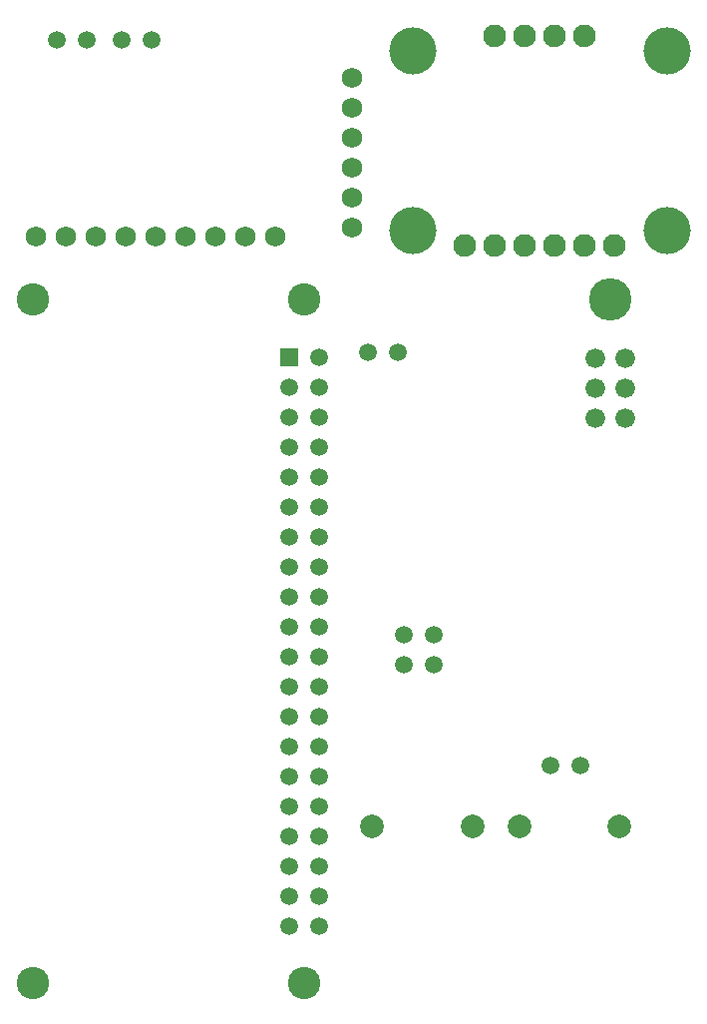
<source format=gbr>
%TF.GenerationSoftware,KiCad,Pcbnew,9.0.0*%
%TF.CreationDate,2025-04-02T13:50:31-07:00*%
%TF.ProjectId,Power Distribution,506f7765-7220-4446-9973-747269627574,V3.2*%
%TF.SameCoordinates,Original*%
%TF.FileFunction,Soldermask,Bot*%
%TF.FilePolarity,Negative*%
%FSLAX46Y46*%
G04 Gerber Fmt 4.6, Leading zero omitted, Abs format (unit mm)*
G04 Created by KiCad (PCBNEW 9.0.0) date 2025-04-02 13:50:31*
%MOMM*%
%LPD*%
G01*
G04 APERTURE LIST*
%ADD10C,1.676400*%
%ADD11C,1.508000*%
%ADD12C,1.750000*%
%ADD13C,1.930400*%
%ADD14C,4.000000*%
%ADD15C,2.000000*%
%ADD16C,3.600000*%
%ADD17C,2.750000*%
%ADD18R,1.508000X1.508000*%
G04 APERTURE END LIST*
D10*
%TO.C,REF\u002A\u002A*%
X131730000Y-55460000D03*
X134270000Y-55460000D03*
X131730000Y-58000000D03*
X134270000Y-58000000D03*
X131730000Y-60540000D03*
X134270000Y-60540000D03*
%TD*%
D11*
%TO.C,*%
X118000000Y-81500000D03*
%TD*%
D12*
%TO.C,IC3*%
X111100000Y-31650000D03*
X111100000Y-34190000D03*
X111100000Y-36730000D03*
X111100000Y-39270000D03*
X111100000Y-41810000D03*
X111100000Y-44350000D03*
X104600000Y-45100000D03*
X102060000Y-45100000D03*
X99520000Y-45100000D03*
X96980000Y-45100000D03*
X94440000Y-45100000D03*
X91900000Y-45100000D03*
X89360000Y-45100000D03*
X86820000Y-45100000D03*
X84280000Y-45100000D03*
%TD*%
D11*
%TO.C,*%
X115000000Y-55000000D03*
%TD*%
%TO.C,*%
X88540000Y-28500000D03*
%TD*%
%TO.C,*%
X91500000Y-28500000D03*
%TD*%
%TO.C,*%
X130500000Y-90000000D03*
%TD*%
%TO.C,*%
X86000000Y-28500000D03*
%TD*%
D13*
%TO.C,REF\u002A\u002A*%
X120650000Y-45890000D03*
X123190000Y-45890000D03*
X125730000Y-45890000D03*
X128270000Y-45890000D03*
X130810000Y-45890000D03*
X133350000Y-45890000D03*
X130810000Y-28110000D03*
X128270000Y-28110000D03*
X125730000Y-28110000D03*
X123190000Y-28110000D03*
D14*
X116205000Y-44620000D03*
X137795000Y-44620000D03*
X137795000Y-29380000D03*
X116205000Y-29380000D03*
%TD*%
D11*
%TO.C,*%
X115460000Y-81500000D03*
%TD*%
%TO.C,*%
X112460000Y-55000000D03*
%TD*%
%TO.C,*%
X118000000Y-78960000D03*
%TD*%
D15*
%TO.C,TP4056 & MT3608*%
X112800000Y-95200000D03*
X121300000Y-95200000D03*
X125300000Y-95200000D03*
X133800000Y-95200000D03*
%TD*%
D16*
%TO.C,REF\u002A\u002A*%
X133000000Y-50500000D03*
%TD*%
D11*
%TO.C,*%
X94040000Y-28500000D03*
%TD*%
%TO.C,*%
X115460000Y-78960000D03*
%TD*%
%TO.C,*%
X127960000Y-90000000D03*
%TD*%
D17*
%TO.C,REF\u002A\u002A*%
X107000000Y-50500000D03*
X84000000Y-50500000D03*
X107000000Y-108500000D03*
X84000000Y-108500000D03*
D18*
X105730000Y-55370000D03*
D11*
X108270000Y-55370000D03*
X105730000Y-57910000D03*
X108270000Y-57910000D03*
X105730000Y-60450000D03*
X108270000Y-60450000D03*
X105730000Y-62990000D03*
X108270000Y-62990000D03*
X105730000Y-65530000D03*
X108270000Y-65530000D03*
X105730000Y-68070000D03*
X108270000Y-68070000D03*
X105730000Y-70610000D03*
X108270000Y-70610000D03*
X105730000Y-73150000D03*
X108270000Y-73150000D03*
X105730000Y-75690000D03*
X108270000Y-75690000D03*
X105730000Y-78230000D03*
X108270000Y-78230000D03*
X105730000Y-80770000D03*
X108270000Y-80770000D03*
X105730000Y-83310000D03*
X108270000Y-83310000D03*
X105730000Y-85850000D03*
X108270000Y-85850000D03*
X105730000Y-88390000D03*
X108270000Y-88390000D03*
X105730000Y-90930000D03*
X108270000Y-90930000D03*
X105730000Y-93470000D03*
X108270000Y-93470000D03*
X105730000Y-96010000D03*
X108270000Y-96010000D03*
X105730000Y-98550000D03*
X108270000Y-98550000D03*
X105730000Y-101090000D03*
X108270000Y-101090000D03*
X105730000Y-103630000D03*
X108270000Y-103630000D03*
%TD*%
M02*

</source>
